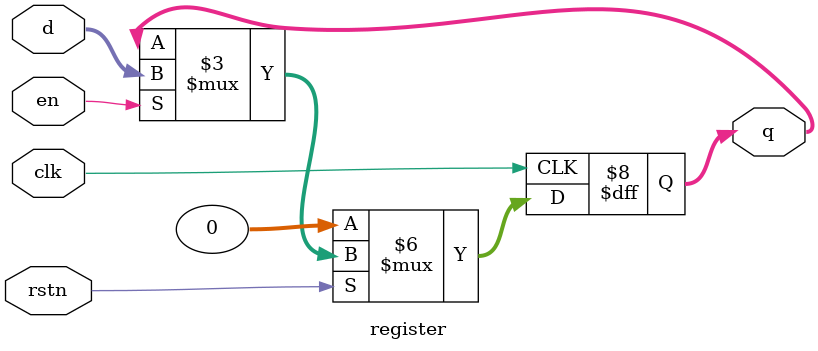
<source format=v>
`timescale 1ns / 1ps


module  register
#( parameter WIDTH = 32,
             RST_VAL = 0
)(
    input  clk, rstn, en,
    input  [WIDTH-1:0]  d,
    output reg  [WIDTH-1:0] q
);

    always @(posedge clk)//同步复位
        begin
            if (!rstn) q <= RST_VAL;
            else  if (en) q <= d;
        end

endmodule
</source>
